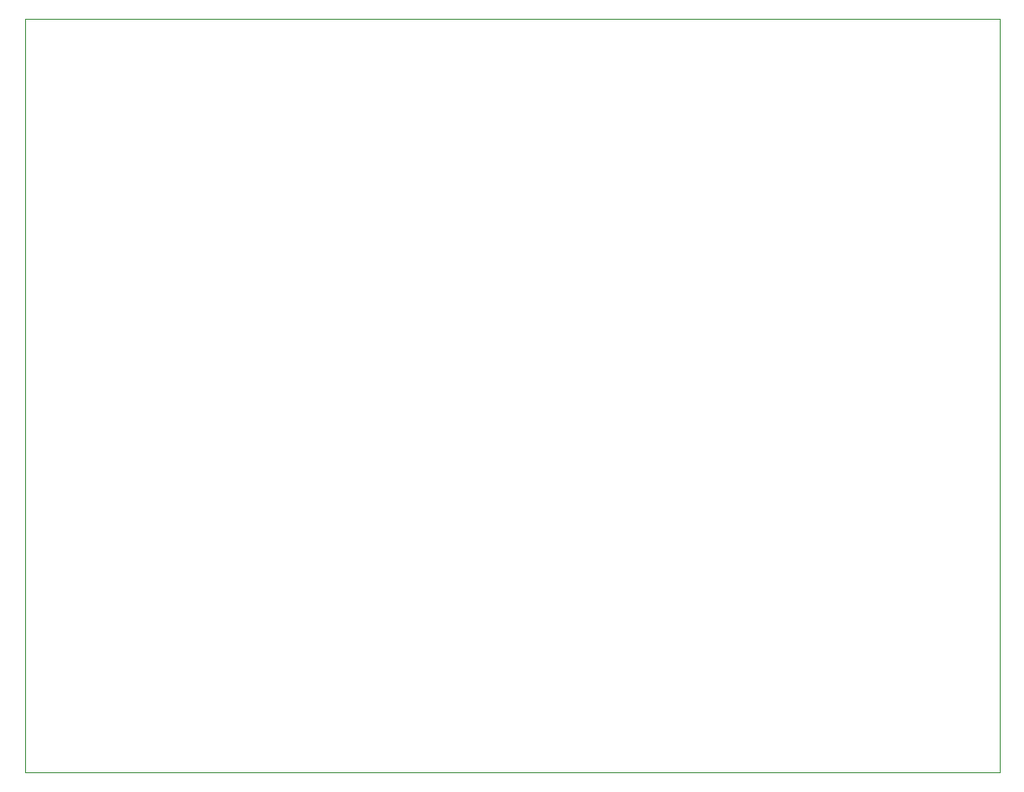
<source format=gbr>
%TF.GenerationSoftware,KiCad,Pcbnew,(5.1.10)-1*%
%TF.CreationDate,2021-08-06T22:34:04+03:00*%
%TF.ProjectId,electronic_load,656c6563-7472-46f6-9e69-635f6c6f6164,rev?*%
%TF.SameCoordinates,Original*%
%TF.FileFunction,Profile,NP*%
%FSLAX46Y46*%
G04 Gerber Fmt 4.6, Leading zero omitted, Abs format (unit mm)*
G04 Created by KiCad (PCBNEW (5.1.10)-1) date 2021-08-06 22:34:04*
%MOMM*%
%LPD*%
G01*
G04 APERTURE LIST*
%TA.AperFunction,Profile*%
%ADD10C,0.100000*%
%TD*%
G04 APERTURE END LIST*
D10*
X157988000Y-77724000D02*
X157988000Y-148844000D01*
X66040000Y-77724000D02*
X157988000Y-77724000D01*
X66040000Y-148844000D02*
X66040000Y-77724000D01*
X157988000Y-148844000D02*
X66040000Y-148844000D01*
M02*

</source>
